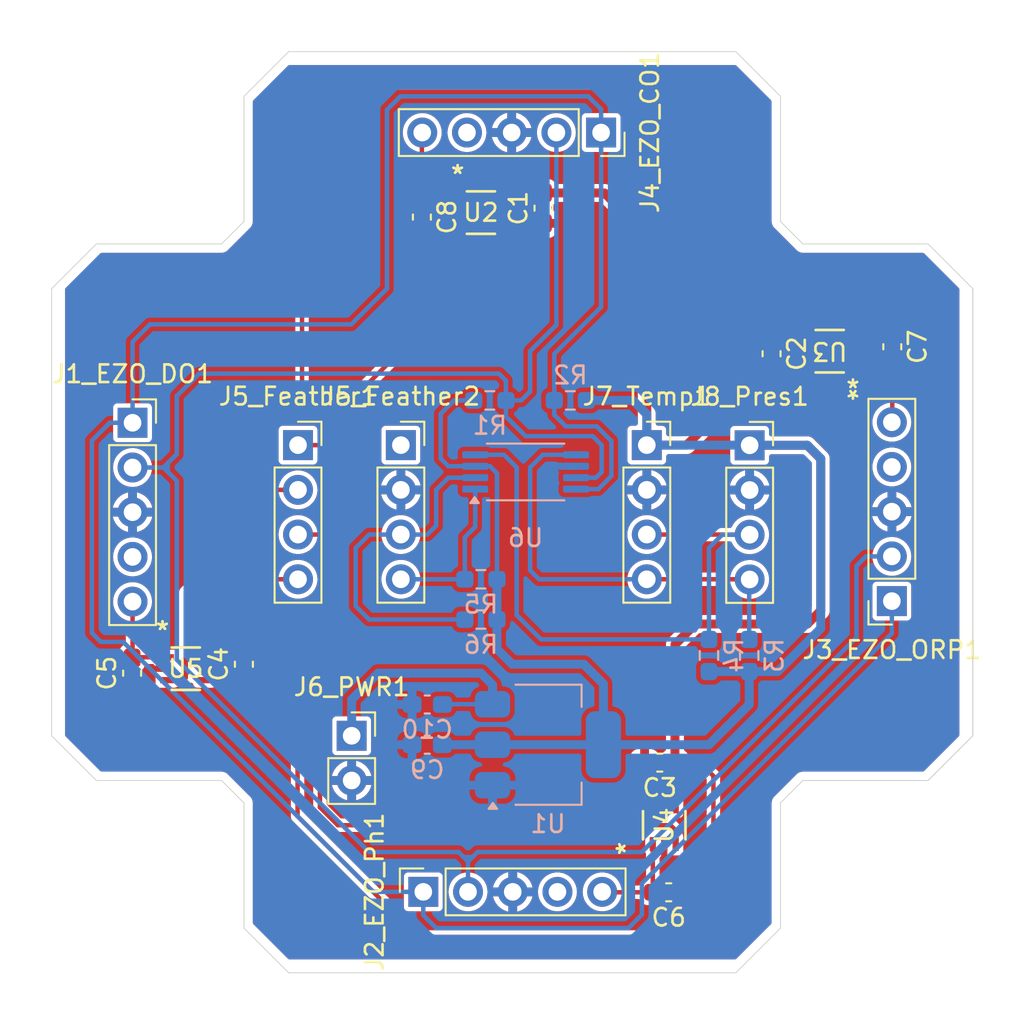
<source format=kicad_pcb>
(kicad_pcb (version 20240108) (generator "pcbnew") (generator_version "8.0")
  (layers (0 "F.Cu" signal) (31 "B.Cu" signal) (34 "B.Paste" user) (35 "F.Paste" user) (36 "B.SilkS" user "B.Silkscreen") (37 "F.SilkS" user "F.Silkscreen") (38 "B.Mask" user) (39 "F.Mask" user) (44 "Edge.Cuts" user))
  (net 0 "")
  (net 1 "3.3")
  (net 2 "GND")
  (net 3 "Net-(J1_EZO_DO1-Pin_5)")
  (net 4 "Net-(J2_EZO_Ph1-Pin_5)")
  (net 5 "Net-(J3_EZO_ORP1-Pin_5)")
  (net 6 "Net-(J4_EZO_CO1-Pin_5)")
  (net 7 "Net-(J6_PWR1-Pin_1)")
  (net 8 "SC1")
  (net 9 "SD1")
  (net 14 "D3")
  (net 15 "D4")
  (net 16 "D2")
  (net 17 "D1")
  (net 18 "SCL")
  (net 19 "SDA")
  (net 21 "SC0")
  (net 22 "SD0")
  (footprint "Capacitor_SMD:C_0603_1608Metric_Pad1.08x0.95mm_HandSolder" (layer "F.Cu") (at 172.6692 46.736 -90)
    (property "Reference" "C8" (at 0 -1.43 90) (layer "F.SilkS"))
    (property "Value" "0,1u")
    (pad "1" smd roundrect (at -0.8625 0 270) (size 1.075 0.95) (layers "F.Cu" "F.Paste" "F.Mask") (net 6 "Net-(J4_EZO_CO1-Pin_5)"))
    (pad "2" smd roundrect (at 0.8625 0 270) (size 1.075 0.95) (layers "F.Cu" "F.Paste" "F.Mask") (net 2 "GND"))
  )
  (footprint "footprints:SC_DR-T1-GE3_VIS" (layer "F.Cu") (at 176.022 46.482)
    (property "Reference" "U2" (at 0 0 0) (layer "F.SilkS"))
    (property "Value" "SIP32411DR-T1-GE3")
    (fp_text user "*" (at -1.3208 -2.148586 0) (layer "F.SilkS"))
    (fp_text user "*" (at -1.3208 -2.148586 0) (layer "F.SilkS"))
    (pad "1" smd rect (at -1.0668 -0.649986) (size 0.7874 0.3556) (layers "F.Cu" "F.Paste" "F.Mask") (net 6 "Net-(J4_EZO_CO1-Pin_5)"))
    (pad "2" smd rect (at -1.0668 0) (size 0.7874 0.3556) (layers "F.Cu" "F.Paste" "F.Mask") (net 2 "GND"))
    (pad "3" smd rect (at -1.0668 0.649986) (size 0.7874 0.3556) (layers "F.Cu" "F.Paste" "F.Mask") (net 17 "D1"))
    (pad "4" smd rect (at 1.0668 0.649986) (size 0.7874 0.3556) (layers "F.Cu" "F.Paste" "F.Mask") (net 1 "3.3"))
    (pad "5" smd rect (at 1.0668 0) (size 0.7874 0.3556) (layers "F.Cu" "F.Paste" "F.Mask") (net 2 "GND"))
    (pad "6" smd rect (at 1.0668 -0.649986) (size 0.7874 0.3556) (layers "F.Cu" "F.Paste" "F.Mask"))
  )
  (footprint "Capacitor_SMD:C_0603_1608Metric_Pad1.08x0.95mm_HandSolder" (layer "F.Cu") (at 199.39 54.102 -90)
    (property "Reference" "C7" (at 0 -1.43 90) (layer "F.SilkS"))
    (property "Value" "0,1u")
    (pad "1" smd roundrect (at -0.8625 0 270) (size 1.075 0.95) (layers "F.Cu" "F.Paste" "F.Mask") (net 2 "GND"))
    (pad "2" smd roundrect (at 0.8625 0 270) (size 1.075 0.95) (layers "F.Cu" "F.Paste" "F.Mask") (net 5 "Net-(J3_EZO_ORP1-Pin_5)"))
  )
  (footprint "footprints:SC_DR-T1-GE3_VIS" (layer "F.Cu") (at 195.834 54.356 180)
    (property "Reference" "U3" (at 0 0 180) (layer "F.SilkS"))
    (property "Value" "SIP32411DR-T1-GE3")
    (fp_text user "*" (at -1.3208 -2.148586 180) (layer "F.SilkS"))
    (fp_text user "*" (at -1.3208 -2.148586 0) (layer "F.SilkS"))
    (pad "1" smd rect (at -1.0668 -0.649986 180) (size 0.7874 0.3556) (layers "F.Cu" "F.Paste" "F.Mask") (net 5 "Net-(J3_EZO_ORP1-Pin_5)"))
    (pad "2" smd rect (at -1.0668 0 180) (size 0.7874 0.3556) (layers "F.Cu" "F.Paste" "F.Mask") (net 2 "GND"))
    (pad "3" smd rect (at -1.0668 0.649986 180) (size 0.7874 0.3556) (layers "F.Cu" "F.Paste" "F.Mask") (net 16 "D2"))
    (pad "4" smd rect (at 1.0668 0.649986 180) (size 0.7874 0.3556) (layers "F.Cu" "F.Paste" "F.Mask") (net 1 "3.3"))
    (pad "5" smd rect (at 1.0668 0 180) (size 0.7874 0.3556) (layers "F.Cu" "F.Paste" "F.Mask") (net 2 "GND"))
    (pad "6" smd rect (at 1.0668 -0.649986 180) (size 0.7874 0.3556) (layers "F.Cu" "F.Paste" "F.Mask"))
  )
  (footprint "Connector_PinSocket_2.54mm:PinSocket_1x05_P2.54mm_Vertical" (layer "F.Cu") (at 199.365 68.55 180)
    (property "Reference" "J3_EZO_ORP1" (at 0 -2.77 0) (layer "F.SilkS"))
    (property "Value" "Conn_01x05_Socket")
    (pad "1" thru_hole rect (at 0 0 180) (size 1.7 1.7) (drill 1) (layers "*.Cu" "*.Mask") (net 8 "SC1"))
    (pad "2" thru_hole oval (at 0 2.54 180) (size 1.7 1.7) (drill 1) (layers "*.Cu" "*.Mask") (net 9 "SD1"))
    (pad "3" thru_hole oval (at 0 5.08 180) (size 1.7 1.7) (drill 1) (layers "*.Cu" "*.Mask") (net 2 "GND"))
    (pad "4" thru_hole oval (at 0 7.62 180) (size 1.7 1.7) (drill 1) (layers "*.Cu" "*.Mask"))
    (pad "5" thru_hole oval (at 0 10.16 180) (size 1.7 1.7) (drill 1) (layers "*.Cu" "*.Mask") (net 5 "Net-(J3_EZO_ORP1-Pin_5)"))
  )
  (footprint "Capacitor_SMD:C_0603_1608Metric_Pad1.08x0.95mm_HandSolder" (layer "F.Cu") (at 186.69 85.09 180)
    (property "Reference" "C6" (at 0 -1.43 0) (layer "F.SilkS"))
    (property "Value" "0,1u")
    (pad "1" smd roundrect (at -0.8625 0 180) (size 1.075 0.95) (layers "F.Cu" "F.Paste" "F.Mask") (net 2 "GND"))
    (pad "2" smd roundrect (at 0.8625 0 180) (size 1.075 0.95) (layers "F.Cu" "F.Paste" "F.Mask") (net 4 "Net-(J2_EZO_Ph1-Pin_5)"))
  )
  (footprint "Capacitor_SMD:C_0603_1608Metric_Pad1.08x0.95mm_HandSolder" (layer "F.Cu") (at 179.578 46.228 90)
    (property "Reference" "C1" (at 0 -1.43 90) (layer "F.SilkS"))
    (property "Value" "4,7u")
    (pad "1" smd roundrect (at -0.8625 0 90) (size 1.075 0.95) (layers "F.Cu" "F.Paste" "F.Mask") (net 2 "GND"))
    (pad "2" smd roundrect (at 0.8625 0 90) (size 1.075 0.95) (layers "F.Cu" "F.Paste" "F.Mask") (net 1 "3.3"))
  )
  (footprint "Connector_PinSocket_2.54mm:PinSocket_1x04_P2.54mm_Vertical" (layer "F.Cu") (at 171.475 59.69)
    (property "Reference" "J5_Feather2" (at 0 -2.77 0) (layer "F.SilkS"))
    (property "Value" "Conn_01x04_Pin")
    (pad "1" thru_hole rect (at 0 0) (size 1.7 1.7) (drill 1) (layers "*.Cu" "*.Mask"))
    (pad "2" thru_hole oval (at 0 2.54) (size 1.7 1.7) (drill 1) (layers "*.Cu" "*.Mask") (net 2 "GND"))
    (pad "3" thru_hole oval (at 0 5.08) (size 1.7 1.7) (drill 1) (layers "*.Cu" "*.Mask") (net 19 "SDA"))
    (pad "4" thru_hole oval (at 0 7.62) (size 1.7 1.7) (drill 1) (layers "*.Cu" "*.Mask") (net 18 "SCL"))
  )
  (footprint "Connector_PinSocket_2.54mm:PinSocket_1x05_P2.54mm_Vertical" (layer "F.Cu") (at 182.85 41.935 -90)
    (property "Reference" "J4_EZO_CO1" (at 0 -2.77 90) (layer "F.SilkS"))
    (property "Value" "Conn_01x05_Socket")
    (pad "1" thru_hole rect (at 0 0 270) (size 1.7 1.7) (drill 1) (layers "*.Cu" "*.Mask") (net 8 "SC1"))
    (pad "2" thru_hole oval (at 0 2.54 270) (size 1.7 1.7) (drill 1) (layers "*.Cu" "*.Mask") (net 9 "SD1"))
    (pad "3" thru_hole oval (at 0 5.08 270) (size 1.7 1.7) (drill 1) (layers "*.Cu" "*.Mask") (net 2 "GND"))
    (pad "4" thru_hole oval (at 0 7.62 270) (size 1.7 1.7) (drill 1) (layers "*.Cu" "*.Mask"))
    (pad "5" thru_hole oval (at 0 10.16 270) (size 1.7 1.7) (drill 1) (layers "*.Cu" "*.Mask") (net 6 "Net-(J4_EZO_CO1-Pin_5)"))
  )
  (footprint "Capacitor_SMD:C_0603_1608Metric_Pad1.08x0.95mm_HandSolder" (layer "F.Cu") (at 192.532 54.497986 -90)
    (property "Reference" "C2" (at 0 -1.43 90) (layer "F.SilkS"))
    (property "Value" "4,7u")
    (pad "1" smd roundrect (at -0.8625 0 270) (size 1.075 0.95) (layers "F.Cu" "F.Paste" "F.Mask") (net 1 "3.3"))
    (pad "2" smd roundrect (at 0.8625 0 270) (size 1.075 0.95) (layers "F.Cu" "F.Paste" "F.Mask") (net 2 "GND"))
  )
  (footprint "footprints:SC_DR-T1-GE3_VIS" (layer "F.Cu") (at 186.436 81.28 90)
    (property "Reference" "U4" (at 0 0 90) (layer "F.SilkS"))
    (property "Value" "SIP32411DR-T1-GE3")
    (fp_text user "*" (at -1.3208 -2.148586 90) (layer "F.SilkS"))
    (fp_text user "*" (at -1.3208 -2.148586 90) (layer "F.SilkS"))
    (pad "1" smd rect (at -1.0668 -0.649986 90) (size 0.7874 0.3556) (layers "F.Cu" "F.Paste" "F.Mask") (net 4 "Net-(J2_EZO_Ph1-Pin_5)"))
    (pad "2" smd rect (at -1.0668 0 90) (size 0.7874 0.3556) (layers "F.Cu" "F.Paste" "F.Mask") (net 2 "GND"))
    (pad "3" smd rect (at -1.0668 0.649986 90) (size 0.7874 0.3556) (layers "F.Cu" "F.Paste" "F.Mask") (net 14 "D3"))
    (pad "4" smd rect (at 1.0668 0.649986 90) (size 0.7874 0.3556) (layers "F.Cu" "F.Paste" "F.Mask") (net 1 "3.3"))
    (pad "5" smd rect (at 1.0668 0 90) (size 0.7874 0.3556) (layers "F.Cu" "F.Paste" "F.Mask") (net 2 "GND"))
    (pad "6" smd rect (at 1.0668 -0.649986 90) (size 0.7874 0.3556) (layers "F.Cu" "F.Paste" "F.Mask"))
  )
  (footprint "Connector_PinSocket_2.54mm:PinSocket_1x05_P2.54mm_Vertical" (layer "F.Cu") (at 156.235 58.42)
    (property "Reference" "J1_EZO_DO1" (at 0 -2.77 0) (layer "F.SilkS"))
    (property "Value" "Conn_01x05_Socket")
    (pad "1" thru_hole rect (at 0 0) (size 1.7 1.7) (drill 1) (layers "*.Cu" "*.Mask") (net 8 "SC1"))
    (pad "2" thru_hole oval (at 0 2.54) (size 1.7 1.7) (drill 1) (layers "*.Cu" "*.Mask") (net 9 "SD1"))
    (pad "3" thru_hole oval (at 0 5.08) (size 1.7 1.7) (drill 1) (layers "*.Cu" "*.Mask") (net 2 "GND"))
    (pad "4" thru_hole oval (at 0 7.62) (size 1.7 1.7) (drill 1) (layers "*.Cu" "*.Mask"))
    (pad "5" thru_hole oval (at 0 10.16) (size 1.7 1.7) (drill 1) (layers "*.Cu" "*.Mask") (net 3 "Net-(J1_EZO_DO1-Pin_5)"))
  )
  (footprint "Connector_PinSocket_2.54mm:PinSocket_1x02_P2.54mm_Vertical" (layer "F.Cu") (at 168.681 76.2)
    (property "Reference" "J6_PWR1" (at 0 -2.77 0) (layer "F.SilkS"))
    (property "Value" "Conn_01x02_Pin")
    (pad "1" thru_hole rect (at 0 0) (size 1.7 1.7) (drill 1) (layers "*.Cu" "*.Mask") (net 7 "Net-(J6_PWR1-Pin_1)"))
    (pad "2" thru_hole oval (at 0 2.54) (size 1.7 1.7) (drill 1) (layers "*.Cu" "*.Mask") (net 2 "GND"))
  )
  (footprint "Connector_PinSocket_2.54mm:PinSocket_1x05_P2.54mm_Vertical" (layer "F.Cu") (at 172.75 85.065 90)
    (property "Reference" "J2_EZO_Ph1" (at 0 -2.77 90) (layer "F.SilkS"))
    (property "Value" "Conn_01x05_Socket")
    (pad "1" thru_hole rect (at 0 0 90) (size 1.7 1.7) (drill 1) (layers "*.Cu" "*.Mask") (net 8 "SC1"))
    (pad "2" thru_hole oval (at 0 2.54 90) (size 1.7 1.7) (drill 1) (layers "*.Cu" "*.Mask") (net 9 "SD1"))
    (pad "3" thru_hole oval (at 0 5.08 90) (size 1.7 1.7) (drill 1) (layers "*.Cu" "*.Mask") (net 2 "GND"))
    (pad "4" thru_hole oval (at 0 7.62 90) (size 1.7 1.7) (drill 1) (layers "*.Cu" "*.Mask"))
    (pad "5" thru_hole oval (at 0 10.16 90) (size 1.7 1.7) (drill 1) (layers "*.Cu" "*.Mask") (net 4 "Net-(J2_EZO_Ph1-Pin_5)"))
  )
  (footprint "Capacitor_SMD:C_0603_1608Metric_Pad1.08x0.95mm_HandSolder" (layer "F.Cu") (at 186.182 77.724 180)
    (property "Reference" "C3" (at 0 -1.43 0) (layer "F.SilkS"))
    (property "Value" "4,7u")
    (pad "1" smd roundrect (at -0.8625 0 180) (size 1.075 0.95) (layers "F.Cu" "F.Paste" "F.Mask") (net 1 "3.3"))
    (pad "2" smd roundrect (at 0.8625 0 180) (size 1.075 0.95) (layers "F.Cu" "F.Paste" "F.Mask") (net 2 "GND"))
  )
  (footprint "footprints:SC_DR-T1-GE3_VIS" (layer "F.Cu") (at 159.258 72.39)
    (property "Reference" "U5" (at 0 0 0) (layer "F.SilkS"))
    (property "Value" "SIP32411DR-T1-GE3")
    (fp_text user "*" (at -1.3208 -2.148586 0) (layer "F.SilkS"))
    (fp_text user "*" (at -1.3208 -2.148586 0) (layer "F.SilkS"))
    (pad "1" smd rect (at -1.0668 -0.649986) (size 0.7874 0.3556) (layers "F.Cu" "F.Paste" "F.Mask") (net 3 "Net-(J1_EZO_DO1-Pin_5)"))
    (pad "2" smd rect (at -1.0668 0) (size 0.7874 0.3556) (layers "F.Cu" "F.Paste" "F.Mask") (net 2 "GND"))
    (pad "3" smd rect (at -1.0668 0.649986) (size 0.7874 0.3556) (layers "F.Cu" "F.Paste" "F.Mask") (net 15 "D4"))
    (pad "4" smd rect (at 1.0668 0.649986) (size 0.7874 0.3556) (layers "F.Cu" "F.Paste" "F.Mask") (net 1 "3.3"))
    (pad "5" smd rect (at 1.0668 0) (size 0.7874 0.3556) (layers "F.Cu" "F.Paste" "F.Mask") (net 2 "GND"))
    (pad "6" smd rect (at 1.0668 -0.649986) (size 0.7874 0.3556) (layers "F.Cu" "F.Paste" "F.Mask"))
  )
  (footprint "Capacitor_SMD:C_0603_1608Metric_Pad1.08x0.95mm_HandSolder" (layer "F.Cu") (at 156.21 72.644 90)
    (property "Reference" "C5" (at 0 -1.43 90) (layer "F.SilkS"))
    (property "Value" "0,1u")
    (pad "1" smd roundrect (at -0.8625 0 90) (size 1.075 0.95) (layers "F.Cu" "F.Paste" "F.Mask") (net 2 "GND"))
    (pad "2" smd roundrect (at 0.8625 0 90) (size 1.075 0.95) (layers "F.Cu" "F.Paste" "F.Mask") (net 3 "Net-(J1_EZO_DO1-Pin_5)"))
  )
  (footprint "Connector_PinSocket_2.54mm:PinSocket_1x04_P2.54mm_Vertical" (layer "F.Cu") (at 185.445 59.69)
    (property "Reference" "J7_Temp1" (at 0 -2.77 0) (layer "F.SilkS"))
    (property "Value" "Conn_01x04_Pin")
    (pad "1" thru_hole rect (at 0 0) (size 1.7 1.7) (drill 1) (layers "*.Cu" "*.Mask") (net 1 "3.3"))
    (pad "2" thru_hole oval (at 0 2.54) (size 1.7 1.7) (drill 1) (layers "*.Cu" "*.Mask") (net 2 "GND"))
    (pad "3" thru_hole oval (at 0 5.08) (size 1.7 1.7) (drill 1) (layers "*.Cu" "*.Mask") (net 22 "SD0"))
    (pad "4" thru_hole oval (at 0 7.62) (size 1.7 1.7) (drill 1) (layers "*.Cu" "*.Mask") (net 21 "SC0"))
  )
  (footprint "Connector_PinSocket_2.54mm:PinSocket_1x04_P2.54mm_Vertical" (layer "F.Cu") (at 165.633 59.69)
    (property "Reference" "J5_Feather1" (at 0 -2.77 0) (layer "F.SilkS"))
    (property "Value" "Conn_01x04_Pin")
    (pad "1" thru_hole rect (at 0 0) (size 1.7 1.7) (drill 1) (layers "*.Cu" "*.Mask") (net 17 "D1"))
    (pad "2" thru_hole oval (at 0 2.54) (size 1.7 1.7) (drill 1) (layers "*.Cu" "*.Mask") (net 16 "D2"))
    (pad "3" thru_hole oval (at 0 5.08) (size 1.7 1.7) (drill 1) (layers "*.Cu" "*.Mask") (net 14 "D3"))
    (pad "4" thru_hole oval (at 0 7.62) (size 1.7 1.7) (drill 1) (layers "*.Cu" "*.Mask") (net 15 "D4"))
  )
  (footprint "Connector_PinSocket_2.54mm:PinSocket_1x04_P2.54mm_Vertical" (layer "F.Cu") (at 191.287 59.7)
    (property "Reference" "J8_Pres1" (at 0 -2.77 0) (layer "F.SilkS"))
    (property "Value" "Conn_01x04_Pin")
    (pad "1" thru_hole rect (at 0 0) (size 1.7 1.7) (drill 1) (layers "*.Cu" "*.Mask") (net 1 "3.3"))
    (pad "2" thru_hole oval (at 0 2.54) (size 1.7 1.7) (drill 1) (layers "*.Cu" "*.Mask") (net 2 "GND"))
    (pad "3" thru_hole oval (at 0 5.08) (size 1.7 1.7) (drill 1) (layers "*.Cu" "*.Mask") (net 22 "SD0"))
    (pad "4" thru_hole oval (at 0 7.62) (size 1.7 1.7) (drill 1) (layers "*.Cu" "*.Mask") (net 21 "SC0"))
  )
  (footprint "Capacitor_SMD:C_0603_1608Metric_Pad1.08x0.95mm_HandSolder" (layer "F.Cu") (at 162.56 72.136 90)
    (property "Reference" "C4" (at 0 -1.43 90) (layer "F.SilkS"))
    (property "Value" "4,7u")
    (pad "1" smd roundrect (at -0.8625 0 90) (size 1.075 0.95) (layers "F.Cu" "F.Paste" "F.Mask") (net 1 "3.3"))
    (pad "2" smd roundrect (at 0.8625 0 90) (size 1.075 0.95) (layers "F.Cu" "F.Paste" "F.Mask") (net 2 "GND"))
  )
  (footprint "Resistor_SMD:R_0603_1608Metric_Pad0.98x0.95mm_HandSolder" (layer "B.Cu") (at 181.102 57.15 180)
    (property "Reference" "R2" (at 0 1.43 0) (layer "B.SilkS") (effects (justify mirror)))
    (property "Value" "4,7k")
    (pad "1" smd roundrect (at -0.9125 0 180) (size 0.975 0.95) (layers "B.Cu" "B.Paste" "B.Mask") (net 1 "3.3"))
    (pad "2" smd roundrect (at 0.9125 0 180) (size 0.975 0.95) (layers "B.Cu" "B.Paste" "B.Mask") (net 8 "SC1"))
  )
  (footprint "Package_SO:TSSOP-8_4.4x3mm_P0.65mm" (layer "B.Cu") (at 178.562 61.214)
    (property "Reference" "U6" (at 0 3.745 0) (layer "B.SilkS") (effects (justify mirror)))
    (property "Value" "AT24CS64-XHM")
    (pad "1" smd roundrect (at -2.8625 0.975) (size 1.475 0.4) (layers "B.Cu" "B.Paste" "B.Mask") (net 18 "SCL"))
    (pad "2" smd roundrect (at -2.8625 0.325) (size 1.475 0.4) (layers "B.Cu" "B.Paste" "B.Mask") (net 19 "SDA"))
    (pad "3" smd roundrect (at -2.8625 -0.325) (size 1.475 0.4) (layers "B.Cu" "B.Paste" "B.Mask") (net 1 "3.3"))
    (pad "4" smd roundrect (at -2.8625 -0.975) (size 1.475 0.4) (layers "B.Cu" "B.Paste" "B.Mask") (net 22 "SD0"))
    (pad "5" smd roundrect (at 2.8625 -0.975) (size 1.475 0.4) (layers "B.Cu" "B.Paste" "B.Mask") (net 21 "SC0"))
    (pad "6" smd roundrect (at 2.8625 -0.325) (size 1.475 0.4) (layers "B.Cu" "B.Paste" "B.Mask") (net 2 "GND"))
    (pad "7" smd roundrect (at 2.8625 0.325) (size 1.475 0.4) (layers "B.Cu" "B.Paste" "B.Mask") (net 9 "SD1"))
    (pad "8" smd roundrect (at 2.8625 0.975) (size 1.475 0.4) (layers "B.Cu" "B.Paste" "B.Mask") (net 8 "SC1"))
  )
  (footprint "Package_TO_SOT_SMD:SOT-223-3_TabPin2" (layer "B.Cu") (at 179.832 76.708)
    (property "Reference" "U1" (at 0 4.5 0) (layer "B.SilkS") (effects (justify mirror)))
    (property "Value" "LD1117S33TR_SOT223")
    (pad "1" smd roundrect (at -3.15 2.3) (size 2 1.5) (layers "B.Cu" "B.Paste" "B.Mask") (net 2 "GND"))
    (pad "2" smd roundrect (at -3.15 0) (size 2 1.5) (layers "B.Cu" "B.Paste" "B.Mask") (net 1 "3.3"))
    (pad "2" smd roundrect (at 3.15 0) (size 2 3.8) (layers "B.Cu" "B.Paste" "B.Mask") (net 1 "3.3"))
    (pad "3" smd roundrect (at -3.15 -2.3) (size 2 1.5) (layers "B.Cu" "B.Paste" "B.Mask") (net 7 "Net-(J6_PWR1-Pin_1)"))
  )
  (footprint "Resistor_SMD:R_0603_1608Metric_Pad0.98x0.95mm_HandSolder" (layer "B.Cu") (at 188.976 71.638 90)
    (property "Reference" "R4" (at 0 1.43 90) (layer "B.SilkS") (effects (justify mirror)))
    (property "Value" "4,7k")
    (pad "1" smd roundrect (at -0.9125 0 90) (size 0.975 0.95) (layers "B.Cu" "B.Paste" "B.Mask") (net 1 "3.3"))
    (pad "2" smd roundrect (at 0.9125 0 90) (size 0.975 0.95) (layers "B.Cu" "B.Paste" "B.Mask") (net 22 "SD0"))
  )
  (footprint "Capacitor_SMD:C_0603_1608Metric_Pad1.08x0.95mm_HandSolder" (layer "B.Cu") (at 172.974 74.422)
    (property "Reference" "C10" (at 0 1.43 0) (layer "B.SilkS") (effects (justify mirror)))
    (property "Value" "100n")
    (pad "1" smd roundrect (at -0.8625 0) (size 1.075 0.95) (layers "B.Cu" "B.Paste" "B.Mask") (net 2 "GND"))
    (pad "2" smd roundrect (at 0.8625 0) (size 1.075 0.95) (layers "B.Cu" "B.Paste" "B.Mask") (net 7 "Net-(J6_PWR1-Pin_1)"))
  )
  (footprint "Capacitor_SMD:C_0603_1608Metric_Pad1.08x0.95mm_HandSolder" (layer "B.Cu") (at 172.974 76.708)
    (property "Reference" "C9" (at 0 1.43 0) (layer "B.SilkS") (effects (justify mirror)))
    (property "Value" "10u")
    (pad "1" smd roundrect (at -0.8625 0) (size 1.075 0.95) (layers "B.Cu" "B.Paste" "B.Mask") (net 2 "GND"))
    (pad "2" smd roundrect (at 0.8625 0) (size 1.075 0.95) (layers "B.Cu" "B.Paste" "B.Mask") (net 1 "3.3"))
  )
  (footprint "Resistor_SMD:R_0603_1608Metric_Pad0.98x0.95mm_HandSolder" (layer "B.Cu") (at 176.53 57.15)
    (property "Reference" "R1" (at 0 1.43 0) (layer "B.SilkS") (effects (justify mirror)))
    (property "Value" "4,7k")
    (pad "1" smd roundrect (at -0.9125 0) (size 0.975 0.95) (layers "B.Cu" "B.Paste" "B.Mask") (net 1 "3.3"))
    (pad "2" smd roundrect (at 0.9125 0) (size 0.975 0.95) (layers "B.Cu" "B.Paste" "B.Mask") (net 9 "SD1"))
  )
  (footprint "Resistor_SMD:R_0603_1608Metric_Pad0.98x0.95mm_HandSolder" (layer "B.Cu") (at 176.022 67.31)
    (property "Reference" "R5" (at 0 1.43 0) (layer "B.SilkS") (effects (justify mirror)))
    (property "Value" "4,7k")
    (pad "1" smd roundrect (at -0.9125 0) (size 0.975 0.95) (layers "B.Cu" "B.Paste" "B.Mask") (net 18 "SCL"))
    (pad "2" smd roundrect (at 0.9125 0) (size 0.975 0.95) (layers "B.Cu" "B.Paste" "B.Mask") (net 1 "3.3"))
  )
  (footprint "Resistor_SMD:R_0603_1608Metric_Pad0.98x0.95mm_HandSolder" (layer "B.Cu") (at 176.022 69.596)
    (property "Reference" "R6" (at 0 1.43 0) (layer "B.SilkS") (effects (justify mirror)))
    (property "Value" "4,7k")
    (pad "1" smd roundrect (at -0.9125 0) (size 0.975 0.95) (layers "B.Cu" "B.Paste" "B.Mask") (net 19 "SDA"))
    (pad "2" smd roundrect (at 0.9125 0) (size 0.975 0.95) (layers "B.Cu" "B.Paste" "B.Mask") (net 1 "3.3"))
  )
  (footprint "Resistor_SMD:R_0603_1608Metric_Pad0.98x0.95mm_HandSolder" (layer "B.Cu") (at 191.262 71.638 90)
    (property "Reference" "R3" (at 0 1.43 90) (layer "B.SilkS") (effects (justify mirror)))
    (property "Value" "4,7k")
    (pad "1" smd roundrect (at -0.9125 0 90) (size 0.975 0.95) (layers "B.Cu" "B.Paste" "B.Mask") (net 1 "3.3"))
    (pad "2" smd roundrect (at 0.9125 0 90) (size 0.975 0.95) (layers "B.Cu" "B.Paste" "B.Mask") (net 21 "SC0"))
  )
  (gr_line (start 151.638 76.2) (end 151.638 50.8) (stroke (width 0.05)) (layer "Edge.Cuts"))
  (gr_line (start 203.962 76.2) (end 201.422 78.74) (stroke (width 0.05)) (layer "Edge.Cuts"))
  (gr_line (start 203.962 50.8) (end 203.962 76.2) (stroke (width 0.05)) (layer "Edge.Cuts"))
  (gr_line (start 194.31 48.26) (end 201.422 48.26) (stroke (width 0.05)) (layer "Edge.Cuts"))
  (gr_line (start 154.178 48.26) (end 161.29 48.26) (stroke (width 0.05)) (layer "Edge.Cuts"))
  (gr_line (start 154.178 78.74) (end 151.638 76.2) (stroke (width 0.05)) (layer "Edge.Cuts"))
  (gr_line (start 193.04 80.01) (end 193.04 87.122) (stroke (width 0.05)) (layer "Edge.Cuts"))
  (gr_line (start 190.5 89.662) (end 165.1 89.662) (stroke (width 0.05)) (layer "Edge.Cuts"))
  (gr_line (start 161.29 78.74) (end 154.178 78.74) (stroke (width 0.05)) (layer "Edge.Cuts"))
  (gr_line (start 165.1 37.338) (end 190.5 37.338) (stroke (width 0.05)) (layer "Edge.Cuts"))
  (gr_line (start 201.422 48.26) (end 203.962 50.8) (stroke (width 0.05)) (layer "Edge.Cuts"))
  (gr_line (start 151.638 50.8) (end 154.178 48.26) (stroke (width 0.05)) (layer "Edge.Cuts"))
  (gr_line (start 193.04 46.99) (end 194.31 48.26) (stroke (width 0.05)) (layer "Edge.Cuts"))
  (gr_line (start 161.29 48.26) (end 162.56 46.99) (stroke (width 0.05)) (layer "Edge.Cuts"))
  (gr_line (start 162.56 39.878) (end 165.1 37.338) (stroke (width 0.05)) (layer "Edge.Cuts"))
  (gr_line (start 201.422 78.74) (end 194.31 78.74) (stroke (width 0.05)) (layer "Edge.Cuts"))
  (gr_line (start 193.04 87.122) (end 190.5 89.662) (stroke (width 0.05)) (layer "Edge.Cuts"))
  (gr_line (start 162.56 87.122) (end 162.56 80.01) (stroke (width 0.05)) (layer "Edge.Cuts"))
  (gr_line (start 165.1 89.662) (end 162.56 87.122) (stroke (width 0.05)) (layer "Edge.Cuts"))
  (gr_line (start 190.5 37.338) (end 193.04 39.878) (stroke (width 0.05)) (layer "Edge.Cuts"))
  (gr_line (start 162.56 80.01) (end 161.29 78.74) (stroke (width 0.05)) (layer "Edge.Cuts"))
  (gr_line (start 203.962 76.2) (end 201.422 78.74) (stroke (width 0.05)) (layer "Edge.Cuts"))
  (gr_line (start 162.56 46.99) (end 162.56 39.878) (stroke (width 0.05)) (layer "Edge.Cuts"))
  (gr_line (start 194.31 78.74) (end 193.04 80.01) (stroke (width 0.05)) (layer "Edge.Cuts"))
  (gr_line (start 193.04 39.878) (end 193.04 46.99) (stroke (width 0.05)) (layer "Edge.Cuts"))
  (gr_line (start 201.422 78.74) (end 194.31 78.74) (stroke (width 0.05)) (layer "Edge.Cuts"))
  (gr_line (start 203.962 50.8) (end 203.962 76.2) (stroke (width 0.05)) (layer "Edge.Cuts"))
  (segment (start 183.0335 45.3655) (end 179.578 45.3655) (width 0.508) (layer "F.Cu") (net 1))
  (segment (start 188.214 69.85) (end 187.0445 71.0195) (width 0.508) (layer "F.Cu") (net 1))
  (segment (start 189.23 78.486) (end 189.23 86.868) (width 0.254) (layer "F.Cu") (net 1))
  (segment (start 178.6625 45.3655) (end 179.578 45.3655) (width 0.254) (layer "F.Cu") (net 1))
  (segment (start 194.554 59.7) (end 195.326 60.472) (width 0.508) (layer "F.Cu") (net 1))
  (segment (start 189.23 86.868) (end 188.468 87.63) (width 0.254) (layer "F.Cu") (net 1))
  (segment (start 195.326 69.088) (end 194.564 69.85) (width 0.508) (layer "F.Cu") (net 1))
  (segment (start 178.308 45.72) (end 178.6625 45.3655) (width 0.254) (layer "F.Cu") (net 1))
  (segment (start 192.602528 53.706014) (end 192.532 53.635486) (width 0.254) (layer "F.Cu") (net 1))
  (segment (start 165.608 73.66) (end 164.9465 72.9985) (width 0.254) (layer "F.Cu") (net 1))
  (segment (start 188.468 87.63) (end 171.45 87.63) (width 0.254) (layer "F.Cu") (net 1))
  (segment (start 187.706 59.69) (end 188.468 58.928) (width 0.508) (layer "F.Cu") (net 1))
  (segment (start 184.404 46.736) (end 183.0335 45.3655) (width 0.508) (layer "F.Cu") (net 1))
  (segment (start 177.0888 47.131986) (end 177.912014 47.131986) (width 0.254) (layer "F.Cu") (net 1))
  (segment (start 187.0445 71.0195) (end 187.0445 77.724) (width 0.508) (layer "F.Cu") (net 1))
  (segment (start 185.445 51.841) (end 184.404 50.8) (width 0.508) (layer "F.Cu") (net 1))
  (segment (start 170.688 86.868) (end 170.688 85.852) (width 0.254) (layer "F.Cu") (net 1))
  (segment (start 194.564 69.85) (end 188.214 69.85) (width 0.508) (layer "F.Cu") (net 1))
  (segment (start 171.45 87.63) (end 170.688 86.868) (width 0.254) (layer "F.Cu") (net 1))
  (segment (start 188.468 77.724) (end 189.23 78.486) (width 0.254) (layer "F.Cu") (net 1))
  (segment (start 194.7672 53.706014) (end 192.602528 53.706014) (width 0.254) (layer "F.Cu") (net 1))
  (segment (start 187.0445 77.724) (end 188.468 77.724) (width 0.254) (layer "F.Cu") (net 1))
  (segment (start 188.468 54.864) (end 189.696514 53.635486) (width 0.508) (layer "F.Cu") (net 1))
  (segment (start 184.404 50.8) (end 184.404 46.736) (width 0.508) (layer "F.Cu") (net 1))
  (segment (start 187.085986 77.765486) (end 187.0445 77.724) (width 0.254) (layer "F.Cu") (net 1))
  (segment (start 187.085986 80.2132) (end 187.085986 77.765486) (width 0.254) (layer "F.Cu") (net 1))
  (segment (start 185.445 59.69) (end 187.706 59.69) (width 0.508) (layer "F.Cu") (net 1))
  (segment (start 195.326 60.472) (end 195.326 69.088) (width 0.508) (layer "F.Cu") (net 1))
  (segment (start 191.287 59.7) (end 194.554 59.7) (width 0.508) (layer "F.Cu") (net 1))
  (segment (start 185.445 59.69) (end 185.445 51.841) (width 0.508) (layer "F.Cu") (net 1))
  (segment (start 188.468 58.928) (end 188.468 54.864) (width 0.508) (layer "F.Cu") (net 1))
  (segment (start 189.696514 53.635486) (end 192.532 53.635486) (width 0.508) (layer "F.Cu") (net 1))
  (segment (start 170.688 85.852) (end 165.608 80.772) (width 0.254) (layer "F.Cu") (net 1))
  (segment (start 177.912014 47.131986) (end 178.308 46.736) (width 0.254) (layer "F.Cu") (net 1))
  (segment (start 165.608 80.772) (end 165.608 73.66) (width 0.254) (layer "F.Cu") (net 1))
  (segment (start 160.3248 73.039986) (end 162.518514 73.039986) (width 0.254) (layer "F.Cu") (net 1))
  (segment (start 162.518514 73.039986) (end 162.56 72.9985) (width 0.254) (layer "F.Cu") (net 1))
  (segment (start 178.308 46.736) (end 178.308 45.72) (width 0.254) (layer "F.Cu") (net 1))
  (segment (start 164.9465 72.9985) (end 162.56 72.9985) (width 0.254) (layer "F.Cu") (net 1))
  (segment (start 176.9345 69.596) (end 176.9345 71.2705) (width 0.508) (layer "B.Cu") (net 1))
  (segment (start 188.976 76.708) (end 191.262 74.422) (width 0.508) (layer "B.Cu") (net 1))
  (segment (start 185.445 57.937) (end 184.658 57.15) (width 0.508) (layer "B.Cu") (net 1))
  (segment (start 194.574 59.7) (end 191.287 59.7) (width 0.508) (layer "B.Cu") (net 1))
  (segment (start 185.445 59.69) (end 191.277 59.69) (width 0.508) (layer "B.Cu") (net 1))
  (segment (start 192.8795 72.5505) (end 195.326 70.104) (width 0.508) (layer "B.Cu") (net 1))
  (segment (start 181.864 72.136) (end 182.982 73.254) (width 0.508) (layer "B.Cu") (net 1))
  (segment (start 173.8365 76.708) (end 176.682 76.708) (width 0.508) (layer "B.Cu") (net 1))
  (segment (start 188.976 72.5505) (end 191.262 72.5505) (width 0.508) (layer "B.Cu") (net 1))
  (segment (start 185.445 59.69) (end 185.445 57.937) (width 0.508) (layer "B.Cu") (net 1))
  (segment (start 174.173 60.889) (end 173.736 60.452) (width 0.254) (layer "B.Cu") (net 1))
  (segment (start 176.9345 61.288438) (end 176.9345 67.31) (width 0.254) (layer "B.Cu") (net 1))
  (segment (start 182.982 73.254) (end 182.982 76.708) (width 0.508) (layer "B.Cu") (net 1))
  (segment (start 176.9345 69.596) (end 176.9345 67.31) (width 0.508) (layer "B.Cu") (net 1))
  (segment (start 176.9345 71.2705) (end 177.8 72.136) (width 0.508) (layer "B.Cu") (net 1))
  (segment (start 174.498 57.15) (end 175.6175 57.15) (width 0.254) (layer "B.Cu") (net 1))
  (segment (start 173.736 57.912) (end 174.498 57.15) (width 0.254) (layer "B.Cu") (net 1))
  (segment (start 191.262 74.422) (end 191.262 72.5505) (width 0.508) (layer "B.Cu") (net 1))
  (segment (start 177.8 72.136) (end 181.864 72.136) (width 0.508) (layer "B.Cu") (net 1))
  (segment (start 176.682 76.708) (end 182.982 76.708) (width 0.508) (layer "B.Cu") (net 1))
  (segment (start 173.736 60.452) (end 173.736 57.912) (width 0.254) (layer "B.Cu") (net 1))
  (segment (start 191.262 72.5505) (end 192.8795 72.5505) (width 0.508) (layer "B.Cu") (net 1))
  (segment (start 175.6995 60.889) (end 174.173 60.889) (width 0.254) (layer "B.Cu") (net 1))
  (segment (start 184.658 57.15) (end 182.0145 57.15) (width 0.508) (layer "B.Cu") (net 1))
  (segment (start 191.277 59.69) (end 191.287 59.7) (width 0.508) (layer "B.Cu") (net 1))
  (segment (start 175.6995 60.889) (end 176.535062 60.889) (width 0.254) (layer "B.Cu") (net 1))
  (segment (start 195.326 60.452) (end 194.574 59.7) (width 0.508) (layer "B.Cu") (net 1))
  (segment (start 195.326 70.104) (end 195.326 60.452) (width 0.508) (layer "B.Cu") (net 1))
  (segment (start 182.982 76.708) (end 188.976 76.708) (width 0.508) (layer "B.Cu") (net 1))
  (segment (start 176.535062 60.889) (end 176.9345 61.288438) (width 0.254) (layer "B.Cu") (net 1))
  (segment (start 156.235 68.58) (end 156.235 71.7565) (width 0.254) (layer "F.Cu") (net 3))
  (segment (start 156.235 71.7565) (end 156.21 71.7815) (width 0.254) (layer "F.Cu") (net 3))
  (segment (start 158.1912 71.740014) (end 156.251486 71.740014) (width 0.254) (layer "F.Cu") (net 3))
  (segment (start 156.251486 71.740014) (end 156.21 71.7815) (width 0.254) (layer "F.Cu") (net 3))
  (segment (start 182.935 85.09) (end 182.91 85.065) (width 0.254) (layer "F.Cu") (net 4))
  (segment (start 185.786014 85.048514) (end 185.8275 85.09) (width 0.254) (layer "F.Cu") (net 4))
  (segment (start 185.8275 85.09) (end 182.935 85.09) (width 0.254) (layer "F.Cu") (net 4))
  (segment (start 185.786014 82.3468) (end 185.786014 85.048514) (width 0.254) (layer "F.Cu") (net 4))
  (segment (start 199.348514 55.005986) (end 199.39 54.9645) (width 0.254) (layer "F.Cu") (net 5))
  (segment (start 199.39 58.365) (end 199.365 58.39) (width 0.254) (layer "F.Cu") (net 5))
  (segment (start 199.39 54.9645) (end 199.39 58.365) (width 0.254) (layer "F.Cu") (net 5))
  (segment (start 196.9008 55.005986) (end 199.348514 55.005986) (width 0.254) (layer "F.Cu") (net 5))
  (segment (start 172.6692 41.9558) (end 172.69 41.935) (width 0.254) (layer "F.Cu") (net 6))
  (segment (start 174.9552 45.832014) (end 172.710686 45.832014) (width 0.254) (layer "F.Cu") (net 6))
  (segment (start 172.710686 45.832014) (end 172.6692 45.8735) (width 0.254) (layer "F.Cu") (net 6))
  (segment (start 172.6692 45.8735) (end 172.6692 41.9558) (width 0.254) (layer "F.Cu") (net 6))
  (segment (start 170.18 72.644) (end 176.022 72.644) (width 0.508) (layer "B.Cu") (net 7))
  (segment (start 176.022 72.644) (end 176.682 73.304) (width 0.508) (layer "B.Cu") (net 7))
  (segment (start 168.681 76.2) (end 168.681 74.143) (width 0.508) (layer "B.Cu") (net 7))
  (segment (start 176.682 73.304) (end 176.682 74.408) (width 0.508) (layer "B.Cu") (net 7))
  (segment (start 168.681 74.143) (end 170.18 72.644) (width 0.508) (layer "B.Cu") (net 7))
  (segment (start 176.682 74.408) (end 173.8505 74.408) (width 0.254) (layer "B.Cu") (net 7))
  (segment (start 157.226 52.832) (end 168.656 52.832) (width 0.254) (layer "B.Cu") (net 8))
  (segment (start 180.1895 57.15) (end 180.1895 54.5065) (width 0.254) (layer "B.Cu") (net 8))
  (segment (start 153.924 59.436) (end 154.94 58.42) (width 0.254) (layer "B.Cu") (net 8))
  (segment (start 156.235 53.823) (end 157.226 52.832) (width 0.254) (layer "B.Cu") (net 8))
  (segment (start 170.688 40.64) (end 171.45 39.878) (width 0.254) (layer "B.Cu") (net 8))
  (segment (start 153.924 70.358) (end 153.924 59.436) (width 0.254) (layer "B.Cu") (net 8))
  (segment (start 182.601474 58.628) (end 180.848 58.628) (width 0.254) (layer "B.Cu") (net 8))
  (segment (start 199.365 70.383) (end 199.365 68.55) (width 0.254) (layer "B.Cu") (net 8))
  (segment (start 168.656 52.832) (end 170.688 50.8) (width 0.254) (layer "B.Cu") (net 8))
  (segment (start 170.688 50.8) (end 170.688 40.64) (width 0.254) (layer "B.Cu") (net 8))
  (segment (start 182.118 39.878) (end 182.85 40.61) (width 0.254) (layer "B.Cu") (net 8))
  (segment (start 182.688474 62.189) (end 183.434 61.443474) (width 0.254) (layer "B.Cu") (net 8))
  (segment (start 154.432 70.866) (end 153.924 70.358) (width 0.254) (layer "B.Cu") (net 8))
  (segment (start 181.4245 62.189) (end 182.688474 62.189) (width 0.254) (layer "B.Cu") (net 8))
  (segment (start 173.482 87.122) (end 184.404 87.122) (width 0.254) (layer "B.Cu") (net 8))
  (segment (start 185.166 86.36) (end 185.166 84.582) (width 0.254) (layer "B.Cu") (net 8))
  (segment (start 154.94 58.42) (end 156.235 58.42) (width 0.254) (layer "B.Cu") (net 8))
  (segment (start 182.85 51.846) (end 182.85 41.935) (width 0.254) (layer "B.Cu") (net 8))
  (segment (start 183.434 59.460526) (end 182.601474 58.628) (width 0.254) (layer "B.Cu") (net 8))
  (segment (start 180.848 58.628) (end 180.1895 57.9695) (width 0.254) (layer "B.Cu") (net 8))
  (segment (start 156.235 58.42) (end 156.235 53.823) (width 0.254) (layer "B.Cu") (net 8))
  (segment (start 183.434 61.443474) (end 183.434 59.460526) (width 0.254) (layer "B.Cu") (net 8))
  (segment (start 185.166 84.582) (end 199.365 70.383) (width 0.254) (layer "B.Cu") (net 8))
  (segment (start 180.1895 54.5065) (end 182.85 51.846) (width 0.254) (layer "B.Cu") (net 8))
  (segment (start 172.75 85.065) (end 169.901 85.065) (width 0.254) (layer "B.Cu") (net 8))
  (segment (start 172.725 85.09) (end 172.75 85.065) (width 0.254) (layer "B.Cu") (net 8))
  (segment (start 169.901 85.065) (end 155.702 70.866) (width 0.254) (layer "B.Cu") (net 8))
  (segment (start 172.75 86.39) (end 173.482 87.122) (width 0.254) (layer "B.Cu") (net 8))
  (segment (start 172.75 85.065) (end 172.75 86.39) (width 0.254) (layer "B.Cu") (net 8))
  (segment (start 171.45 39.878) (end 182.118 39.878) (width 0.254) (layer "B.Cu") (net 8))
  (segment (start 155.702 70.866) (end 154.432 70.866) (width 0.254) (layer "B.Cu") (net 8))
  (segment (start 182.85 40.61) (end 182.85 41.935) (width 0.254) (layer "B.Cu") (net 8))
  (segment (start 180.1895 57.9695) (end 180.1895 57.15) (width 0.254) (layer "B.Cu") (net 8))
  (segment (start 184.404 87.122) (end 185.166 86.36) (width 0.254) (layer "B.Cu") (net 8))
  (segment (start 158.242 61.214) (end 158.75 61.722) (width 0.254) (layer "B.Cu") (net 9))
  (segment (start 180.31 52.862) (end 180.31 41.935) (width 0.254) (layer "B.Cu") (net 9))
  (segment (start 182.88 59.69) (end 182.372 59.182) (width 0.254) (layer "B.Cu") (net 9))
  (segment (start 197.896 66.01) (end 197.358 66.548) (width 0.254) (layer "B.Cu") (net 9))
  (segment (start 157.988 60.96) (end 158.242 61.214) (width 0.254) (layer "B.Cu") (net 9))
  (segment (start 197.358 70.612) (end 185.166 82.804) (width 0.254) (layer "B.Cu") (net 9))
  (segment (start 181.4245 61.539) (end 182.555 61.539) (width 0.254) (layer "B.Cu") (net 9))
  (segment (start 158.75 60.198) (end 158.242 60.706) (width 0.254) (layer "B.Cu") (net 9))
  (segment (start 175.006 83.058) (end 175.036 83.088) (width 0.254) (layer "B.Cu") (net 9))
  (segment (start 160.02 55.626) (end 158.75 56.896) (width 0.254) (layer "B.Cu") (net 9))
  (segment (start 185.166 82.804) (end 175.828 82.804) (width 0.254) (layer "B.Cu") (net 9))
  (segment (start 197.358 66.548) (end 197.358 70.612) (width 0.254) (layer "B.Cu") (net 9))
  (segment (start 178.816 56.642) (end 178.816 54.356) (width 0.254) (layer "B.Cu") (net 9))
  (segment (start 158.75 56.896) (end 158.75 60.198) (width 0.254) (layer "B.Cu") (net 9))
  (segment (start 199.365 66.01) (end 197.896 66.01) (width 0.254) (layer "B.Cu") (net 9))
  (segment (start 177.4425 57.15) (end 177.4425 56.0305) (width 0.254) (layer "B.Cu") (net 9))
  (segment (start 182.555 61.539) (end 182.88 61.214) (width 0.254) (layer "B.Cu") (net 9))
  (segment (start 175.006 83.058) (end 175.29 83.342) (width 0.254) (layer "B.Cu") (net 9))
  (segment (start 157.988 60.96) (end 156.235 60.96) (width 0.254) (layer "B.Cu") (net 9))
  (segment (start 182.372 59.182) (end 178.562 59.182) (width 0.254) (layer "B.Cu") (net 9))
  (segment (start 158.75 61.722) (end 158.75 71.882) (width 0.254) (layer "B.Cu") (net 9))
  (segment (start 178.562 59.182) (end 177.4425 58.0625) (width 0.254) (layer "B.Cu") (net 9))
  (segment (start 175.544 83.088) (end 175.29 83.342) (width 0.254) (layer "B.Cu") (net 9))
  (segment (start 177.4425 57.15) (end 178.308 57.15) (width 0.254) (layer "B.Cu") (net 9))
  (segment (start 158.242 60.706) (end 158.242 61.214) (width 0.254) (layer "B.Cu") (net 9))
  (segment (start 177.4425 58.0625) (end 177.4425 57.15) (width 0.254) (layer "B.Cu") (net 9))
  (segment (start 169.672 82.804) (end 174.752 82.804) (width 0.254) (layer "B.Cu") (net 9))
  (segment (start 158.242 60.706) (end 157.988 60.96) (width 0.254) (layer "B.Cu") (net 9))
  (segment (start 175.828 82.804) (end 175.544 83.088) (width 0.254) (layer "B.Cu") (net 9))
  (segment (start 177.4425 56.0305) (end 177.038 55.626) (width 0.254) (layer "B.Cu") (net 9))
  (segment (start 178.816 54.356) (end 180.31 52.862) (width 0.254) (layer "B.Cu") (net 9))
  (segment (start 178.308 57.15) (end 178.816 56.642) (width 0.254) (layer "B.Cu") (net 9))
  (segment (start 174.752 82.804) (end 175.006 83.058) (width 0.254) (layer "B.Cu") (net 9))
  (segment (start 175.036 83.088) (end 175.544 83.088) (width 0.254) (layer "B.Cu") (net 9))
  (segment (start 175.29 83.342) (end 175.29 85.065) (width 0.254) (layer "B.Cu") (net 9))
  (segment (start 182.88 61.214) (end 182.88 59.69) (width 0.254) (layer "B.Cu") (net 9))
  (segment (start 177.038 55.626) (end 160.02 55.626) (width 0.254) (layer "B.Cu") (net 9))
  (segment (start 158.75 71.882) (end 169.672 82.804) (width 0.254) (layer "B.Cu") (net 9))
  (segment (start 187.085986 81.571286) (end 187.085986 82.3468) (width 0.254) (layer "F.Cu") (net 14))
  (segment (start 167.894 81.28) (end 186.7947 81.28) (width 0.254) (layer "F.Cu") (net 14))
  (segment (start 166.878 64.77) (end 167.64 65.532) (width 0.254) (layer "F.Cu") (net 14))
  (segment (start 166.878 72.898) (end 166.878 80.264) (width 0.254) (layer "F.Cu") (net 14))
  (segment (start 186.7947 81.28) (end 187.085986 81.571286) (width 0.254) (layer "F.Cu") (net 14))
  (segment (start 166.878 80.264) (end 167.894 81.28) (width 0.254) (layer "F.Cu") (net 14))
  (segment (start 165.633 64.77) (end 166.878 64.77) (width 0.254) (layer "F.Cu") (net 14))
  (segment (start 167.64 72.136) (end 166.878 72.898) (width 0.254) (layer "F.Cu") (net 14))
  (segment (start 167.64 65.532) (end 167.64 72.136) (width 0.254) (layer "F.Cu") (net 14))
  (segment (start 159.116014 73.039986) (end 159.258 72.898) (width 0.254) (layer "F.Cu") (net 15))
  (segment (start 158.1912 73.039986) (end 159.116014 73.039986) (width 0.254) (layer "F.Cu") (net 15))
  (segment (start 160.02 67.31) (end 165.633 67.31) (width 0.254) (layer "F.Cu") (net 15))
  (segment (start 159.258 72.898) (end 159.258 68.072) (width 0.254) (layer "F.Cu") (net 15))
  (segment (start 159.258 68.072) (end 160.02 67.31) (width 0.254) (layer "F.Cu") (net 15))
  (segment (start 165.862 56.388) (end 165.862 41.148) (width 0.254) (layer "F.Cu") (net 16))
  (segment (start 163.322 61.468) (end 163.322 57.912) (width 0.254) (layer "F.Cu") (net 16))
  (segment (start 186.69 51.308) (end 195.326 51.308) (width 0.254) (layer "F.Cu") (net 16))
  (segment (start 165.1 57.15) (end 165.862 56.388) (width 0.254) (layer "F.Cu") (net 16))
  (segment (start 163.322 61.468) (end 164.084 62.23) (width 0.254) (layer "F.Cu") (net 16))
  (segment (start 195.834 53.34) (end 196.200014 53.706014) (width 0.254) (layer "F.Cu") (net 16))
  (segment (start 163.322 57.912) (end 164.084 57.15) (width 0.254) (layer "F.Cu") (net 16))
  (segment (start 184.404 39.116) (end 185.674 40.386) (width 0.254) (layer "F.Cu") (net 16))
  (segment (start 164.084 57.15) (end 165.1 57.15) (width 0.254) (layer "F.Cu") (net 16))
  (segment (start 167.894 39.116) (end 184.404 39.116) (width 0.254) (layer "F.Cu") (net 16))
  (segment (start 164.084 62.23) (end 165.633 62.23) (width 0.254) (layer "F.Cu") (net 16))
  (segment (start 196.200014 53.706014) (end 196.9008 53.706014) (width 0.254) (layer "F.Cu") (net 16))
  (segment (start 185.674 40.386) (end 185.674 50.292) (width 0.254) (layer "F.Cu") (net 16))
  (segment (start 165.862 41.148) (end 167.894 39.116) (width 0.254) (layer "F.Cu") (net 16))
  (segment (start 195.326 51.308) (end 195.834 51.816) (width 0.254) (layer "F.Cu") (net 16))
  (segment (start 195.834 51.816) (end 195.834 53.34) (width 0.254) (layer "F.Cu") (net 16))
  (segment (start 185.674 50.292) (end 186.69 51.308) (width 0.254) (layer "F.Cu") (net 16))
  (segment (start 167.64 59.69) (end 168.656 58.674) (width 0.254) (layer "F.Cu") (net 17))
  (segment (start 174.9552 50.8508) (end 174.9552 47.131986) (width 0.254) (layer "F.Cu") (net 17))
  (segment (start 168.656 57.15) (end 174.9552 50.8508) (width 0.254) (layer "F.Cu") (net 17))
  (segment (start 168.656 58.674) (end 168.656 57.15) (width 0.254) (layer "F.Cu") (net 17))
  (segment (start 165.633 59.69) (end 167.64 59.69) (width 0.254) (layer "F.Cu") (net 17))
  (segment (start 171.475 67.31) (end 175.1095 67.31) (width 0.254) (layer "B.Cu") (net 18))
  (segment (start 175.1095 64.9205) (end 175.6995 64.3305) (width 0.254) (layer "B.Cu") (net 18))
  (segment (start 175.1095 67.31) (end 175.1095 64.9205) (width 0.254) (layer "B.Cu") (net 18))
  (segment (start 175.6995 64.3305) (end 175.6995 62.189) (width 0.254) (layer "B.Cu") (net 18))
  (segment (start 173.482 62.23) (end 174.173 61.539) (width 0.254) (layer "B.Cu") (net 19))
  (segment (start 168.91 68.834) (end 168.91 65.532) (width 0.254) (layer "B.Cu") (net 19))
  (segment (start 169.672 69.596) (end 168.91 68.834) (width 0.254) (layer "B.Cu") (net 19))
  (segment (start 171.475 64.77) (end 172.974 64.77) (width 0.254) (layer "B.Cu") (net 19))
  (segment (start 172.974 64.77) (end 173.482 64.262) (width 0.254) (layer "B.Cu") (net 19))
  (segment (start 175.1095 69.596) (end 169.672 69.596) (width 0.254) (layer "B.Cu") (net 19))
  (segment (start 174.173 61.539) (end 175.6995 61.539) (width 0.254) (layer "B.Cu") (net 19))
  (segment (start 169.672 64.77) (end 171.475 64.77) (width 0.254) (layer "B.Cu") (net 19))
  (segment (start 173.482 64.262) (end 173.482 62.23) (width 0.254) (layer "B.Cu") (net 19))
  (segment (start 168.91 65.532) (end 169.672 64.77) (width 0.254) (layer "B.Cu") (net 19))
  (segment (start 185.445 67.31) (end 191.277 67.31) (width 0.254) (layer "F.Cu") (net 21))
  (segment (start 191.277 67.31) (end 191.287 67.32) (width 0.254) (layer "F.Cu") (net 21))
  (segment (start 181.4245 60.239) (end 179.537 60.239) (width 0.254) (layer "B.Cu") (net 21))
  (segment (start 179.537 60.239) (end 178.816 60.96) (width 0.254) (layer "B.Cu") (net 21))
  (segment (start 178.816 60.96) (end 178.816 66.802) (width 0.254) (layer "B.Cu") (net 21))
  (segment (start 191.262 70.7255) (end 191.262 67.345) (width 0.254) (layer "B.Cu") (net 21))
  (segment (start 191.262 67.345) (end 191.287 67.32) (width 0.254) (layer "B.Cu") (net 21))
  (segment (start 178.816 66.802) (end 179.324 67.31) (width 0.254) (layer "B.Cu") (net 21))
  (segment (start 179.324 67.31) (end 185.445 67.31) (width 0.254) (layer "B.Cu") (net 21))
  (segment (start 185.445 64.77) (end 191.277 64.77) (width 0.254) (layer "F.Cu") (net 22))
  (segment (start 191.277 64.77) (end 191.287 64.78) (width 0.254) (layer "F.Cu") (net 22))
  (segment (start 177.333 60.239) (end 178.054 60.96) (width 0.254) (layer "B.Cu") (net 22))
  (segment (start 188.976 70.7255) (end 188.976 65.532) (width 0.254) (layer "B.Cu") (net 22))
  (segment (start 189.738 64.77) (end 189.748 64.78) (width 0.254) (layer "B.Cu") (net 22))
  (segment (start 188.976 65.532) (end 189.738 64.77) (width 0.254) (layer "B.Cu") (net 22))
  (segment (start 178.054 60.96) (end 178.054 69.342) (width 0.254) (layer "B.Cu") (net 22))
  (segment (start 175.6995 60.239) (end 177.333 60.239) (width 0.254) (layer "B.Cu") (net 22))
  (segment (start 189.748 64.78) (end 191.287 64.78) (width 0.254) (layer "B.Cu") (net 22))
  (segment (start 178.054 69.342) (end 179.4375 70.7255) (width 0.254) (layer "B.Cu") (net 22))
  (segment (start 179.4375 70.7255) (end 188.976 70.7255) (width 0.254) (layer "B.Cu") (net 22))
  (zone (net 2) (net_name "GND") (layer "F.Cu") (name "Contour") (priority 1) (connect_pads (clearance 0.254)) (min_thickness 0.25) (fill yes (thermal_gap 0.3) (thermal_bridge_width 0.5) (smoothing fillet))
    (polygon (pts (xy 201.168 48.768) (xy 203.2 50.8) (xy 203.2 76.2) (xy 201.168 78.232) (xy 194.31 78.232) (xy 192.532 80.01) (xy 192.532 86.868) (xy 190.5 88.9) (xy 165.1 88.9) (xy 163.068 86.868) (xy 163.068 80.01) (xy 161.29 78.232) (xy 154.432 78.232) (xy 152.4 76.2) (xy 152.4 50.8) (xy 154.432 48.768) (xy 161.29 48.768) (xy 163.068 46.99) (xy 163.068 40.132) (xy 165.1 38.1) (xy 190.5 38.1) (xy 192.532 40.132) (xy 192.532 46.99) (xy 194.31 48.768)))
  )
  (zone (net 2) (net_name "GND") (layer "B.Cu") (name "Contour") (priority 1) (connect_pads (clearance 0.254)) (min_thickness 0.25) (fill yes (thermal_gap 0.3) (thermal_bridge_width 0.5))
    (polygon (pts (xy 163.068 40.132) (xy 165.1 38.1) (xy 190.5 38.1) (xy 192.532 40.132) (xy 192.532 46.99) (xy 194.31 48.768) (xy 201.168 48.768) (xy 203.2 50.8) (xy 203.2 76.2) (xy 201.168 78.232) (xy 194.31 78.232) (xy 192.532 80.01) (xy 192.532 86.868) (xy 190.5 88.9) (xy 165.1 88.9) (xy 163.068 86.868) (xy 163.068 80.01) (xy 161.29 78.232) (xy 154.432 78.232) (xy 152.4 76.2) (xy 152.4 50.8) (xy 154.432 48.768) (xy 161.29 48.768) (xy 163.068 46.99)))
  )
)
</source>
